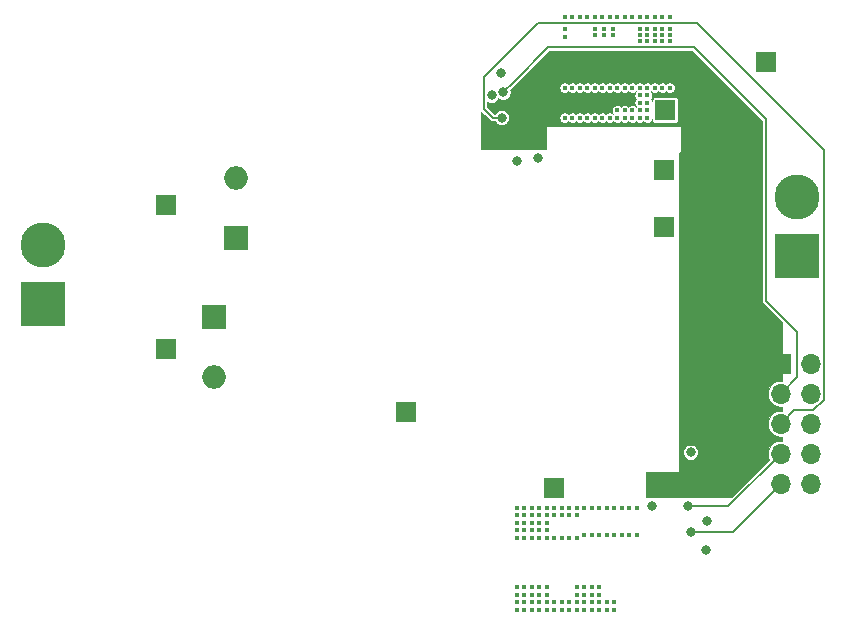
<source format=gbl>
G04 #@! TF.GenerationSoftware,KiCad,Pcbnew,5.1.10*
G04 #@! TF.CreationDate,2021-07-13T10:10:07+08:00*
G04 #@! TF.ProjectId,GAN-Power-Stage-Test,47414e2d-506f-4776-9572-2d5374616765,rev?*
G04 #@! TF.SameCoordinates,Original*
G04 #@! TF.FileFunction,Copper,L4,Bot*
G04 #@! TF.FilePolarity,Positive*
%FSLAX46Y46*%
G04 Gerber Fmt 4.6, Leading zero omitted, Abs format (unit mm)*
G04 Created by KiCad (PCBNEW 5.1.10) date 2021-07-13 10:10:07*
%MOMM*%
%LPD*%
G01*
G04 APERTURE LIST*
G04 #@! TA.AperFunction,ComponentPad*
%ADD10C,3.800000*%
G04 #@! TD*
G04 #@! TA.AperFunction,ComponentPad*
%ADD11R,3.800000X3.800000*%
G04 #@! TD*
G04 #@! TA.AperFunction,ComponentPad*
%ADD12R,1.700000X1.700000*%
G04 #@! TD*
G04 #@! TA.AperFunction,ComponentPad*
%ADD13O,2.000000X2.000000*%
G04 #@! TD*
G04 #@! TA.AperFunction,ComponentPad*
%ADD14R,2.000000X2.000000*%
G04 #@! TD*
G04 #@! TA.AperFunction,ComponentPad*
%ADD15O,1.700000X1.700000*%
G04 #@! TD*
G04 #@! TA.AperFunction,ViaPad*
%ADD16C,0.800000*%
G04 #@! TD*
G04 #@! TA.AperFunction,ViaPad*
%ADD17C,0.400000*%
G04 #@! TD*
G04 #@! TA.AperFunction,Conductor*
%ADD18C,0.146812*%
G04 #@! TD*
G04 #@! TA.AperFunction,Conductor*
%ADD19C,0.088900*%
G04 #@! TD*
G04 #@! TA.AperFunction,Conductor*
%ADD20C,0.100000*%
G04 #@! TD*
G04 APERTURE END LIST*
D10*
G04 #@! TO.P,J2,2*
G04 #@! TO.N,Net-(C21-Pad1)*
X152527000Y-136478000D03*
D11*
G04 #@! TO.P,J2,1*
G04 #@! TO.N,Net-(C21-Pad2)*
X152527000Y-141478000D03*
G04 #@! TD*
D10*
G04 #@! TO.P,J1,2*
G04 #@! TO.N,+12V*
X216408000Y-132414000D03*
D11*
G04 #@! TO.P,J1,1*
G04 #@! TO.N,GND*
X216408000Y-137414000D03*
G04 #@! TD*
D12*
G04 #@! TO.P,TP8,1*
G04 #@! TO.N,Net-(D2-Pad2)*
X162941000Y-145288000D03*
G04 #@! TD*
G04 #@! TO.P,TP7,1*
G04 #@! TO.N,Net-(D1-Pad2)*
X162941000Y-133096000D03*
G04 #@! TD*
D13*
G04 #@! TO.P,D2,2*
G04 #@! TO.N,Net-(D2-Pad2)*
X167005000Y-147701000D03*
D14*
G04 #@! TO.P,D2,1*
G04 #@! TO.N,Net-(C21-Pad1)*
X167005000Y-142621000D03*
G04 #@! TD*
D13*
G04 #@! TO.P,D1,2*
G04 #@! TO.N,Net-(D1-Pad2)*
X168910000Y-130810000D03*
D14*
G04 #@! TO.P,D1,1*
G04 #@! TO.N,Net-(C21-Pad1)*
X168910000Y-135890000D03*
G04 #@! TD*
D12*
G04 #@! TO.P,TP6,1*
G04 #@! TO.N,Net-(C17-Pad1)*
X183261000Y-150622000D03*
G04 #@! TD*
G04 #@! TO.P,TP5,1*
G04 #@! TO.N,Net-(L1-Pad2)*
X205105000Y-135001000D03*
G04 #@! TD*
G04 #@! TO.P,TP4,1*
G04 #@! TO.N,Net-(C17-Pad2)*
X195834000Y-157099000D03*
G04 #@! TD*
G04 #@! TO.P,TP3,1*
G04 #@! TO.N,Net-(L1-Pad1)*
X205105000Y-130175000D03*
G04 #@! TD*
G04 #@! TO.P,TP2,1*
G04 #@! TO.N,GND*
X205232000Y-125095000D03*
G04 #@! TD*
G04 #@! TO.P,TP1,1*
G04 #@! TO.N,+12V*
X213741000Y-121031000D03*
G04 #@! TD*
D15*
G04 #@! TO.P,J3,10*
G04 #@! TO.N,GND*
X217551000Y-156718000D03*
G04 #@! TO.P,J3,9*
G04 #@! TO.N,Net-(J3-Pad9)*
X215011000Y-156718000D03*
G04 #@! TO.P,J3,8*
G04 #@! TO.N,GND*
X217551000Y-154178000D03*
G04 #@! TO.P,J3,7*
G04 #@! TO.N,Net-(J3-Pad7)*
X215011000Y-154178000D03*
G04 #@! TO.P,J3,6*
G04 #@! TO.N,GND*
X217551000Y-151638000D03*
G04 #@! TO.P,J3,5*
G04 #@! TO.N,Net-(J3-Pad5)*
X215011000Y-151638000D03*
G04 #@! TO.P,J3,4*
G04 #@! TO.N,GND*
X217551000Y-149098000D03*
G04 #@! TO.P,J3,3*
G04 #@! TO.N,Net-(J3-Pad3)*
X215011000Y-149098000D03*
G04 #@! TO.P,J3,2*
G04 #@! TO.N,GND*
X217551000Y-146558000D03*
D12*
G04 #@! TO.P,J3,1*
G04 #@! TO.N,+5V*
X215011000Y-146558000D03*
G04 #@! TD*
D16*
G04 #@! TO.N,GND*
X191300406Y-121920000D03*
X190538406Y-123825000D03*
X208661000Y-162306000D03*
X208788000Y-159893000D03*
X194437000Y-129159000D03*
X192659000Y-129413000D03*
X204089000Y-158623000D03*
X207391000Y-154051000D03*
D17*
X196723000Y-118237000D03*
X196723000Y-117221000D03*
X197358000Y-117221000D03*
X197993000Y-117221000D03*
X198628000Y-117221000D03*
X199263000Y-117221000D03*
X199898000Y-117221000D03*
X200533000Y-117221000D03*
X201168000Y-117221000D03*
X201803000Y-117221000D03*
X202438000Y-117221000D03*
X203073000Y-117221000D03*
X203708000Y-117221000D03*
X196723000Y-118872000D03*
X199263000Y-118237000D03*
X200025000Y-118237000D03*
X200787000Y-118237000D03*
X199263000Y-118745000D03*
X200025000Y-118745000D03*
X200787000Y-118745000D03*
X203073000Y-118237000D03*
X203073000Y-118745000D03*
X203073000Y-119253000D03*
X203708000Y-118237000D03*
X203708000Y-118745000D03*
X203708000Y-119253000D03*
X204343000Y-117221000D03*
X204978000Y-117221000D03*
X205613000Y-117221000D03*
X204343000Y-118237000D03*
X204343000Y-118745000D03*
X204343000Y-119253000D03*
X204978000Y-118237000D03*
X204978000Y-118745000D03*
X204978000Y-119253000D03*
X205613000Y-118237000D03*
X205613000Y-118745000D03*
X205613000Y-119253000D03*
X201803000Y-125095000D03*
X201168000Y-125095000D03*
X203073000Y-124460000D03*
X203073000Y-123825000D03*
X203708000Y-123825000D03*
X203708000Y-124460000D03*
D16*
G04 #@! TO.N,+5V*
X190119000Y-127127000D03*
X192532000Y-128016000D03*
X205994000Y-157353000D03*
X208534000Y-157099000D03*
D17*
G04 #@! TO.N,GND*
X196723000Y-123190000D03*
X197358000Y-123190000D03*
X197993000Y-123190000D03*
X198628000Y-123190000D03*
X199263000Y-123190000D03*
X199898000Y-123190000D03*
X200533000Y-123190000D03*
X201168000Y-123190000D03*
X201803000Y-123190000D03*
X202438000Y-123190000D03*
X203073000Y-123190000D03*
X203708000Y-123190000D03*
X204343000Y-123190000D03*
X204978000Y-123190000D03*
X205613000Y-123190000D03*
X196723000Y-125730000D03*
X197358000Y-125730000D03*
X197993000Y-125730000D03*
X198628000Y-125730000D03*
X199263000Y-125730000D03*
X199898000Y-125730000D03*
X200533000Y-125730000D03*
X201168000Y-125730000D03*
X201803000Y-125730000D03*
X202438000Y-125730000D03*
X203073000Y-125730000D03*
X203708000Y-125730000D03*
X203708000Y-125095000D03*
X203073000Y-125095000D03*
X202438000Y-125095000D03*
X202819000Y-158750000D03*
X202184000Y-158750000D03*
X201549000Y-158750000D03*
X200914000Y-158750000D03*
X200279000Y-158750000D03*
X199644000Y-158750000D03*
X199009000Y-158750000D03*
X198374000Y-158750000D03*
X197739000Y-158750000D03*
X197104000Y-158750000D03*
X196469000Y-158750000D03*
X195834000Y-158750000D03*
X195199000Y-158750000D03*
X194564000Y-158750000D03*
X193929000Y-158750000D03*
X193294000Y-158750000D03*
X192659000Y-158750000D03*
X192659000Y-159385000D03*
X193294000Y-159385000D03*
X193929000Y-159385000D03*
X194564000Y-159385000D03*
X195199000Y-159385000D03*
X195834000Y-159385000D03*
X196469000Y-159385000D03*
X197104000Y-159385000D03*
X197739000Y-159385000D03*
X200914000Y-166751000D03*
X200279000Y-166751000D03*
X199644000Y-166751000D03*
X199009000Y-166751000D03*
X198374000Y-166751000D03*
X197739000Y-166751000D03*
X197104000Y-166751000D03*
X196469000Y-166751000D03*
X195834000Y-166751000D03*
X200914000Y-167386000D03*
X200279000Y-167386000D03*
X199644000Y-167386000D03*
X199009000Y-167386000D03*
X198374000Y-167386000D03*
X197739000Y-167386000D03*
X197104000Y-167386000D03*
X196469000Y-167386000D03*
X195834000Y-167386000D03*
X198374000Y-166116000D03*
X199009000Y-166116000D03*
X199644000Y-166116000D03*
X197739000Y-166116000D03*
X197739000Y-165481000D03*
X198374000Y-165481000D03*
X199009000Y-165481000D03*
X199644000Y-165481000D03*
X195199000Y-166751000D03*
X194564000Y-166751000D03*
X193929000Y-166751000D03*
X193294000Y-166751000D03*
X192659000Y-166751000D03*
X195199000Y-167386000D03*
X194564000Y-167386000D03*
X193929000Y-167386000D03*
X193294000Y-167386000D03*
X192659000Y-167386000D03*
X202819000Y-161036000D03*
X202184000Y-161036000D03*
X201549000Y-161036000D03*
X200914000Y-161036000D03*
X200279000Y-161036000D03*
X199644000Y-161036000D03*
X199009000Y-161036000D03*
X198374000Y-161036000D03*
X197739000Y-161290000D03*
X197104000Y-161290000D03*
X196469000Y-161290000D03*
X195834000Y-161290000D03*
X195199000Y-161290000D03*
X194564000Y-161290000D03*
X193929000Y-161290000D03*
X193294000Y-161290000D03*
X192659000Y-161290000D03*
X192659000Y-160020000D03*
X192659000Y-160655000D03*
X193294000Y-160655000D03*
X193294000Y-160020000D03*
X193929000Y-160020000D03*
X193929000Y-160655000D03*
X194564000Y-160655000D03*
X194564000Y-160020000D03*
X195199000Y-160020000D03*
X195199000Y-160655000D03*
X195199000Y-166116000D03*
X194564000Y-166116000D03*
X193929000Y-166116000D03*
X193294000Y-166116000D03*
X192659000Y-166116000D03*
X192659000Y-165481000D03*
X193294000Y-165481000D03*
X193929000Y-165481000D03*
X194564000Y-165481000D03*
X195199000Y-165481000D03*
D16*
G04 #@! TO.N,Net-(J3-Pad9)*
X207391000Y-160782000D03*
G04 #@! TO.N,Net-(J3-Pad7)*
X207137000Y-158623000D03*
G04 #@! TO.N,Net-(J3-Pad5)*
X191389000Y-125730000D03*
G04 #@! TO.N,Net-(J3-Pad3)*
X191516000Y-123571000D03*
G04 #@! TD*
D18*
G04 #@! TO.N,Net-(J3-Pad9)*
X210947000Y-160782000D02*
X207391000Y-160782000D01*
X215011000Y-156718000D02*
X210947000Y-160782000D01*
G04 #@! TO.N,Net-(J3-Pad7)*
X210566000Y-158623000D02*
X207137000Y-158623000D01*
X215011000Y-154178000D02*
X210566000Y-158623000D01*
G04 #@! TO.N,Net-(J3-Pad5)*
X189865000Y-124968000D02*
X190627000Y-125730000D01*
X189865000Y-122301000D02*
X189865000Y-124968000D01*
X207899000Y-117729000D02*
X194437000Y-117729000D01*
X218674407Y-128504407D02*
X207899000Y-117729000D01*
X194437000Y-117729000D02*
X189865000Y-122301000D01*
X217797050Y-150514593D02*
X218674407Y-149637236D01*
X218674407Y-149637236D02*
X218674407Y-128504407D01*
X216134407Y-150514593D02*
X217797050Y-150514593D01*
X190627000Y-125730000D02*
X191389000Y-125730000D01*
X215011000Y-151638000D02*
X216134407Y-150514593D01*
G04 #@! TO.N,Net-(J3-Pad3)*
X192405000Y-122682000D02*
X191516000Y-123571000D01*
X195326000Y-119761000D02*
X192405000Y-122682000D01*
X213741000Y-125857000D02*
X207645000Y-119761000D01*
X207645000Y-119761000D02*
X195326000Y-119761000D01*
X213741000Y-141224000D02*
X213741000Y-125857000D01*
X216427593Y-143910593D02*
X213741000Y-141224000D01*
X216427593Y-147681407D02*
X216427593Y-143910593D01*
X215011000Y-149098000D02*
X216427593Y-147681407D01*
G04 #@! TD*
D19*
G04 #@! TO.N,+5V*
X213423145Y-125988661D02*
X213423144Y-141208395D01*
X213421607Y-141224000D01*
X213423144Y-141239604D01*
X213427744Y-141286309D01*
X213445919Y-141346225D01*
X213475434Y-141401444D01*
X213515155Y-141449845D01*
X213527284Y-141459799D01*
X215093550Y-143026066D01*
X215093550Y-148003550D01*
X214903206Y-148003550D01*
X214691761Y-148045609D01*
X214492583Y-148128111D01*
X214313329Y-148247885D01*
X214160885Y-148400329D01*
X214041111Y-148579583D01*
X213958609Y-148778761D01*
X213916550Y-148990206D01*
X213916550Y-149205794D01*
X213958609Y-149417239D01*
X214041111Y-149616417D01*
X214160885Y-149795671D01*
X214313329Y-149948115D01*
X214492583Y-150067889D01*
X214691761Y-150150391D01*
X214903206Y-150192450D01*
X215093550Y-150192450D01*
X215093550Y-150543550D01*
X214903206Y-150543550D01*
X214691761Y-150585609D01*
X214492583Y-150668111D01*
X214313329Y-150787885D01*
X214160885Y-150940329D01*
X214041111Y-151119583D01*
X213958609Y-151318761D01*
X213916550Y-151530206D01*
X213916550Y-151745794D01*
X213958609Y-151957239D01*
X214041111Y-152156417D01*
X214160885Y-152335671D01*
X214313329Y-152488115D01*
X214492583Y-152607889D01*
X214691761Y-152690391D01*
X214903206Y-152732450D01*
X215093550Y-152732450D01*
X215093550Y-153083550D01*
X214903206Y-153083550D01*
X214691761Y-153125609D01*
X214492583Y-153208111D01*
X214313329Y-153327885D01*
X214160885Y-153480329D01*
X214041111Y-153659583D01*
X213958609Y-153858761D01*
X213916550Y-154070206D01*
X213916550Y-154285794D01*
X213958609Y-154497239D01*
X214041111Y-154696417D01*
X214041895Y-154697590D01*
X210922935Y-157816550D01*
X203625450Y-157816550D01*
X203625450Y-155746450D01*
X206375000Y-155746450D01*
X206383672Y-155745596D01*
X206392010Y-155743066D01*
X206399695Y-155738959D01*
X206406431Y-155733431D01*
X206411959Y-155726695D01*
X206416066Y-155719010D01*
X206418596Y-155710672D01*
X206419450Y-155702000D01*
X206419450Y-153987527D01*
X206746550Y-153987527D01*
X206746550Y-154114473D01*
X206771316Y-154238979D01*
X206819896Y-154356261D01*
X206890423Y-154461813D01*
X206980187Y-154551577D01*
X207085739Y-154622104D01*
X207203021Y-154670684D01*
X207327527Y-154695450D01*
X207454473Y-154695450D01*
X207578979Y-154670684D01*
X207696261Y-154622104D01*
X207801813Y-154551577D01*
X207891577Y-154461813D01*
X207962104Y-154356261D01*
X208010684Y-154238979D01*
X208035450Y-154114473D01*
X208035450Y-153987527D01*
X208010684Y-153863021D01*
X207962104Y-153745739D01*
X207891577Y-153640187D01*
X207801813Y-153550423D01*
X207696261Y-153479896D01*
X207578979Y-153431316D01*
X207454473Y-153406550D01*
X207327527Y-153406550D01*
X207203021Y-153431316D01*
X207085739Y-153479896D01*
X206980187Y-153550423D01*
X206890423Y-153640187D01*
X206819896Y-153745739D01*
X206771316Y-153863021D01*
X206746550Y-153987527D01*
X206419450Y-153987527D01*
X206419450Y-128695450D01*
X206502000Y-128695450D01*
X206510672Y-128694596D01*
X206519010Y-128692066D01*
X206526695Y-128687959D01*
X206533431Y-128682431D01*
X206538959Y-128675695D01*
X206543066Y-128668010D01*
X206545596Y-128659672D01*
X206546450Y-128651000D01*
X206546450Y-126492000D01*
X206545596Y-126483328D01*
X206543066Y-126474990D01*
X206538959Y-126467305D01*
X206533431Y-126460569D01*
X206526695Y-126455041D01*
X206519010Y-126450934D01*
X206510672Y-126448404D01*
X206502000Y-126447550D01*
X195199000Y-126447550D01*
X195190328Y-126448404D01*
X195181990Y-126450934D01*
X195174305Y-126455041D01*
X195167569Y-126460569D01*
X195162041Y-126467305D01*
X195157934Y-126474990D01*
X195155404Y-126483328D01*
X195154550Y-126492000D01*
X195154550Y-128352550D01*
X189655450Y-128352550D01*
X189655450Y-125207965D01*
X190391205Y-125943721D01*
X190401155Y-125955845D01*
X190449555Y-125995566D01*
X190504774Y-126025081D01*
X190535644Y-126034445D01*
X190564689Y-126043256D01*
X190627000Y-126049393D01*
X190642606Y-126047856D01*
X190826312Y-126047856D01*
X190888423Y-126140813D01*
X190978187Y-126230577D01*
X191083739Y-126301104D01*
X191201021Y-126349684D01*
X191325527Y-126374450D01*
X191452473Y-126374450D01*
X191576979Y-126349684D01*
X191694261Y-126301104D01*
X191799813Y-126230577D01*
X191889577Y-126140813D01*
X191960104Y-126035261D01*
X192008684Y-125917979D01*
X192033450Y-125793473D01*
X192033450Y-125666527D01*
X192008684Y-125542021D01*
X191960104Y-125424739D01*
X191889577Y-125319187D01*
X191799813Y-125229423D01*
X191694261Y-125158896D01*
X191576979Y-125110316D01*
X191452473Y-125085550D01*
X191325527Y-125085550D01*
X191201021Y-125110316D01*
X191083739Y-125158896D01*
X190978187Y-125229423D01*
X190888423Y-125319187D01*
X190826312Y-125412144D01*
X190758660Y-125412144D01*
X190182856Y-124836341D01*
X190182856Y-124362502D01*
X190233145Y-124396104D01*
X190350427Y-124444684D01*
X190474933Y-124469450D01*
X190601879Y-124469450D01*
X190726385Y-124444684D01*
X190843667Y-124396104D01*
X190949219Y-124325577D01*
X191038983Y-124235813D01*
X191109510Y-124130261D01*
X191127611Y-124086560D01*
X191210739Y-124142104D01*
X191328021Y-124190684D01*
X191452527Y-124215450D01*
X191579473Y-124215450D01*
X191703979Y-124190684D01*
X191821261Y-124142104D01*
X191926813Y-124071577D01*
X192016577Y-123981813D01*
X192087104Y-123876261D01*
X192135684Y-123758979D01*
X192160450Y-123634473D01*
X192160450Y-123507527D01*
X192138639Y-123397876D01*
X192390290Y-123146225D01*
X196278550Y-123146225D01*
X196278550Y-123233775D01*
X196295629Y-123319641D01*
X196329133Y-123400526D01*
X196377773Y-123473321D01*
X196439679Y-123535227D01*
X196512474Y-123583867D01*
X196593359Y-123617371D01*
X196679225Y-123634450D01*
X196766775Y-123634450D01*
X196852641Y-123617371D01*
X196933526Y-123583867D01*
X197006321Y-123535227D01*
X197040500Y-123501048D01*
X197074679Y-123535227D01*
X197147474Y-123583867D01*
X197228359Y-123617371D01*
X197314225Y-123634450D01*
X197401775Y-123634450D01*
X197487641Y-123617371D01*
X197568526Y-123583867D01*
X197641321Y-123535227D01*
X197675500Y-123501048D01*
X197709679Y-123535227D01*
X197782474Y-123583867D01*
X197863359Y-123617371D01*
X197949225Y-123634450D01*
X198036775Y-123634450D01*
X198122641Y-123617371D01*
X198203526Y-123583867D01*
X198276321Y-123535227D01*
X198310500Y-123501048D01*
X198344679Y-123535227D01*
X198417474Y-123583867D01*
X198498359Y-123617371D01*
X198584225Y-123634450D01*
X198671775Y-123634450D01*
X198757641Y-123617371D01*
X198838526Y-123583867D01*
X198911321Y-123535227D01*
X198945500Y-123501048D01*
X198979679Y-123535227D01*
X199052474Y-123583867D01*
X199133359Y-123617371D01*
X199219225Y-123634450D01*
X199306775Y-123634450D01*
X199392641Y-123617371D01*
X199473526Y-123583867D01*
X199546321Y-123535227D01*
X199580500Y-123501048D01*
X199614679Y-123535227D01*
X199687474Y-123583867D01*
X199768359Y-123617371D01*
X199854225Y-123634450D01*
X199941775Y-123634450D01*
X200027641Y-123617371D01*
X200108526Y-123583867D01*
X200181321Y-123535227D01*
X200215500Y-123501048D01*
X200249679Y-123535227D01*
X200322474Y-123583867D01*
X200403359Y-123617371D01*
X200489225Y-123634450D01*
X200576775Y-123634450D01*
X200662641Y-123617371D01*
X200743526Y-123583867D01*
X200816321Y-123535227D01*
X200850500Y-123501048D01*
X200884679Y-123535227D01*
X200957474Y-123583867D01*
X201038359Y-123617371D01*
X201124225Y-123634450D01*
X201211775Y-123634450D01*
X201297641Y-123617371D01*
X201378526Y-123583867D01*
X201451321Y-123535227D01*
X201485500Y-123501048D01*
X201519679Y-123535227D01*
X201592474Y-123583867D01*
X201673359Y-123617371D01*
X201759225Y-123634450D01*
X201846775Y-123634450D01*
X201932641Y-123617371D01*
X202013526Y-123583867D01*
X202086321Y-123535227D01*
X202120500Y-123501048D01*
X202154679Y-123535227D01*
X202227474Y-123583867D01*
X202308359Y-123617371D01*
X202394225Y-123634450D01*
X202481775Y-123634450D01*
X202567641Y-123617371D01*
X202648526Y-123583867D01*
X202721321Y-123535227D01*
X202755500Y-123501048D01*
X202761952Y-123507500D01*
X202727773Y-123541679D01*
X202679133Y-123614474D01*
X202645629Y-123695359D01*
X202628550Y-123781225D01*
X202628550Y-123868775D01*
X202645629Y-123954641D01*
X202679133Y-124035526D01*
X202727773Y-124108321D01*
X202761952Y-124142500D01*
X202727773Y-124176679D01*
X202679133Y-124249474D01*
X202645629Y-124330359D01*
X202628550Y-124416225D01*
X202628550Y-124503775D01*
X202645629Y-124589641D01*
X202679133Y-124670526D01*
X202727773Y-124743321D01*
X202761952Y-124777500D01*
X202755500Y-124783952D01*
X202721321Y-124749773D01*
X202648526Y-124701133D01*
X202567641Y-124667629D01*
X202481775Y-124650550D01*
X202394225Y-124650550D01*
X202308359Y-124667629D01*
X202227474Y-124701133D01*
X202154679Y-124749773D01*
X202120500Y-124783952D01*
X202086321Y-124749773D01*
X202013526Y-124701133D01*
X201932641Y-124667629D01*
X201846775Y-124650550D01*
X201759225Y-124650550D01*
X201673359Y-124667629D01*
X201592474Y-124701133D01*
X201519679Y-124749773D01*
X201485500Y-124783952D01*
X201451321Y-124749773D01*
X201378526Y-124701133D01*
X201297641Y-124667629D01*
X201211775Y-124650550D01*
X201124225Y-124650550D01*
X201038359Y-124667629D01*
X200957474Y-124701133D01*
X200884679Y-124749773D01*
X200822773Y-124811679D01*
X200774133Y-124884474D01*
X200740629Y-124965359D01*
X200723550Y-125051225D01*
X200723550Y-125138775D01*
X200740629Y-125224641D01*
X200774133Y-125305526D01*
X200822773Y-125378321D01*
X200856952Y-125412500D01*
X200850500Y-125418952D01*
X200816321Y-125384773D01*
X200743526Y-125336133D01*
X200662641Y-125302629D01*
X200576775Y-125285550D01*
X200489225Y-125285550D01*
X200403359Y-125302629D01*
X200322474Y-125336133D01*
X200249679Y-125384773D01*
X200215500Y-125418952D01*
X200181321Y-125384773D01*
X200108526Y-125336133D01*
X200027641Y-125302629D01*
X199941775Y-125285550D01*
X199854225Y-125285550D01*
X199768359Y-125302629D01*
X199687474Y-125336133D01*
X199614679Y-125384773D01*
X199580500Y-125418952D01*
X199546321Y-125384773D01*
X199473526Y-125336133D01*
X199392641Y-125302629D01*
X199306775Y-125285550D01*
X199219225Y-125285550D01*
X199133359Y-125302629D01*
X199052474Y-125336133D01*
X198979679Y-125384773D01*
X198945500Y-125418952D01*
X198911321Y-125384773D01*
X198838526Y-125336133D01*
X198757641Y-125302629D01*
X198671775Y-125285550D01*
X198584225Y-125285550D01*
X198498359Y-125302629D01*
X198417474Y-125336133D01*
X198344679Y-125384773D01*
X198310500Y-125418952D01*
X198276321Y-125384773D01*
X198203526Y-125336133D01*
X198122641Y-125302629D01*
X198036775Y-125285550D01*
X197949225Y-125285550D01*
X197863359Y-125302629D01*
X197782474Y-125336133D01*
X197709679Y-125384773D01*
X197675500Y-125418952D01*
X197641321Y-125384773D01*
X197568526Y-125336133D01*
X197487641Y-125302629D01*
X197401775Y-125285550D01*
X197314225Y-125285550D01*
X197228359Y-125302629D01*
X197147474Y-125336133D01*
X197074679Y-125384773D01*
X197040500Y-125418952D01*
X197006321Y-125384773D01*
X196933526Y-125336133D01*
X196852641Y-125302629D01*
X196766775Y-125285550D01*
X196679225Y-125285550D01*
X196593359Y-125302629D01*
X196512474Y-125336133D01*
X196439679Y-125384773D01*
X196377773Y-125446679D01*
X196329133Y-125519474D01*
X196295629Y-125600359D01*
X196278550Y-125686225D01*
X196278550Y-125773775D01*
X196295629Y-125859641D01*
X196329133Y-125940526D01*
X196377773Y-126013321D01*
X196439679Y-126075227D01*
X196512474Y-126123867D01*
X196593359Y-126157371D01*
X196679225Y-126174450D01*
X196766775Y-126174450D01*
X196852641Y-126157371D01*
X196933526Y-126123867D01*
X197006321Y-126075227D01*
X197040500Y-126041048D01*
X197074679Y-126075227D01*
X197147474Y-126123867D01*
X197228359Y-126157371D01*
X197314225Y-126174450D01*
X197401775Y-126174450D01*
X197487641Y-126157371D01*
X197568526Y-126123867D01*
X197641321Y-126075227D01*
X197675500Y-126041048D01*
X197709679Y-126075227D01*
X197782474Y-126123867D01*
X197863359Y-126157371D01*
X197949225Y-126174450D01*
X198036775Y-126174450D01*
X198122641Y-126157371D01*
X198203526Y-126123867D01*
X198276321Y-126075227D01*
X198310500Y-126041048D01*
X198344679Y-126075227D01*
X198417474Y-126123867D01*
X198498359Y-126157371D01*
X198584225Y-126174450D01*
X198671775Y-126174450D01*
X198757641Y-126157371D01*
X198838526Y-126123867D01*
X198911321Y-126075227D01*
X198945500Y-126041048D01*
X198979679Y-126075227D01*
X199052474Y-126123867D01*
X199133359Y-126157371D01*
X199219225Y-126174450D01*
X199306775Y-126174450D01*
X199392641Y-126157371D01*
X199473526Y-126123867D01*
X199546321Y-126075227D01*
X199580500Y-126041048D01*
X199614679Y-126075227D01*
X199687474Y-126123867D01*
X199768359Y-126157371D01*
X199854225Y-126174450D01*
X199941775Y-126174450D01*
X200027641Y-126157371D01*
X200108526Y-126123867D01*
X200181321Y-126075227D01*
X200215500Y-126041048D01*
X200249679Y-126075227D01*
X200322474Y-126123867D01*
X200403359Y-126157371D01*
X200489225Y-126174450D01*
X200576775Y-126174450D01*
X200662641Y-126157371D01*
X200743526Y-126123867D01*
X200816321Y-126075227D01*
X200850500Y-126041048D01*
X200884679Y-126075227D01*
X200957474Y-126123867D01*
X201038359Y-126157371D01*
X201124225Y-126174450D01*
X201211775Y-126174450D01*
X201297641Y-126157371D01*
X201378526Y-126123867D01*
X201451321Y-126075227D01*
X201485500Y-126041048D01*
X201519679Y-126075227D01*
X201592474Y-126123867D01*
X201673359Y-126157371D01*
X201759225Y-126174450D01*
X201846775Y-126174450D01*
X201932641Y-126157371D01*
X202013526Y-126123867D01*
X202086321Y-126075227D01*
X202120500Y-126041048D01*
X202154679Y-126075227D01*
X202227474Y-126123867D01*
X202308359Y-126157371D01*
X202394225Y-126174450D01*
X202481775Y-126174450D01*
X202567641Y-126157371D01*
X202648526Y-126123867D01*
X202721321Y-126075227D01*
X202755500Y-126041048D01*
X202789679Y-126075227D01*
X202862474Y-126123867D01*
X202943359Y-126157371D01*
X203029225Y-126174450D01*
X203116775Y-126174450D01*
X203202641Y-126157371D01*
X203283526Y-126123867D01*
X203356321Y-126075227D01*
X203390500Y-126041048D01*
X203424679Y-126075227D01*
X203497474Y-126123867D01*
X203578359Y-126157371D01*
X203664225Y-126174450D01*
X203751775Y-126174450D01*
X203837641Y-126157371D01*
X203918526Y-126123867D01*
X203991321Y-126075227D01*
X204053227Y-126013321D01*
X204101867Y-125940526D01*
X204135371Y-125859641D01*
X204136368Y-125854629D01*
X204136368Y-125945000D01*
X204141088Y-125992920D01*
X204155066Y-126038999D01*
X204177764Y-126081466D01*
X204208312Y-126118688D01*
X204245534Y-126149236D01*
X204288001Y-126171934D01*
X204334080Y-126185912D01*
X204382000Y-126190632D01*
X206082000Y-126190632D01*
X206129920Y-126185912D01*
X206175999Y-126171934D01*
X206218466Y-126149236D01*
X206255688Y-126118688D01*
X206286236Y-126081466D01*
X206308934Y-126038999D01*
X206322912Y-125992920D01*
X206327632Y-125945000D01*
X206327632Y-124245000D01*
X206322912Y-124197080D01*
X206308934Y-124151001D01*
X206286236Y-124108534D01*
X206255688Y-124071312D01*
X206218466Y-124040764D01*
X206175999Y-124018066D01*
X206129920Y-124004088D01*
X206082000Y-123999368D01*
X204382000Y-123999368D01*
X204334080Y-124004088D01*
X204288001Y-124018066D01*
X204245534Y-124040764D01*
X204208312Y-124071312D01*
X204177764Y-124108534D01*
X204155066Y-124151001D01*
X204141088Y-124197080D01*
X204136368Y-124245000D01*
X204136368Y-124335371D01*
X204135371Y-124330359D01*
X204101867Y-124249474D01*
X204053227Y-124176679D01*
X204019048Y-124142500D01*
X204053227Y-124108321D01*
X204101867Y-124035526D01*
X204135371Y-123954641D01*
X204152450Y-123868775D01*
X204152450Y-123781225D01*
X204135371Y-123695359D01*
X204101867Y-123614474D01*
X204053227Y-123541679D01*
X204019048Y-123507500D01*
X204025500Y-123501048D01*
X204059679Y-123535227D01*
X204132474Y-123583867D01*
X204213359Y-123617371D01*
X204299225Y-123634450D01*
X204386775Y-123634450D01*
X204472641Y-123617371D01*
X204553526Y-123583867D01*
X204626321Y-123535227D01*
X204660500Y-123501048D01*
X204694679Y-123535227D01*
X204767474Y-123583867D01*
X204848359Y-123617371D01*
X204934225Y-123634450D01*
X205021775Y-123634450D01*
X205107641Y-123617371D01*
X205188526Y-123583867D01*
X205261321Y-123535227D01*
X205295500Y-123501048D01*
X205329679Y-123535227D01*
X205402474Y-123583867D01*
X205483359Y-123617371D01*
X205569225Y-123634450D01*
X205656775Y-123634450D01*
X205742641Y-123617371D01*
X205823526Y-123583867D01*
X205896321Y-123535227D01*
X205958227Y-123473321D01*
X206006867Y-123400526D01*
X206040371Y-123319641D01*
X206057450Y-123233775D01*
X206057450Y-123146225D01*
X206040371Y-123060359D01*
X206006867Y-122979474D01*
X205958227Y-122906679D01*
X205896321Y-122844773D01*
X205823526Y-122796133D01*
X205742641Y-122762629D01*
X205656775Y-122745550D01*
X205569225Y-122745550D01*
X205483359Y-122762629D01*
X205402474Y-122796133D01*
X205329679Y-122844773D01*
X205295500Y-122878952D01*
X205261321Y-122844773D01*
X205188526Y-122796133D01*
X205107641Y-122762629D01*
X205021775Y-122745550D01*
X204934225Y-122745550D01*
X204848359Y-122762629D01*
X204767474Y-122796133D01*
X204694679Y-122844773D01*
X204660500Y-122878952D01*
X204626321Y-122844773D01*
X204553526Y-122796133D01*
X204472641Y-122762629D01*
X204386775Y-122745550D01*
X204299225Y-122745550D01*
X204213359Y-122762629D01*
X204132474Y-122796133D01*
X204059679Y-122844773D01*
X204025500Y-122878952D01*
X203991321Y-122844773D01*
X203918526Y-122796133D01*
X203837641Y-122762629D01*
X203751775Y-122745550D01*
X203664225Y-122745550D01*
X203578359Y-122762629D01*
X203497474Y-122796133D01*
X203424679Y-122844773D01*
X203390500Y-122878952D01*
X203356321Y-122844773D01*
X203283526Y-122796133D01*
X203202641Y-122762629D01*
X203116775Y-122745550D01*
X203029225Y-122745550D01*
X202943359Y-122762629D01*
X202862474Y-122796133D01*
X202789679Y-122844773D01*
X202755500Y-122878952D01*
X202721321Y-122844773D01*
X202648526Y-122796133D01*
X202567641Y-122762629D01*
X202481775Y-122745550D01*
X202394225Y-122745550D01*
X202308359Y-122762629D01*
X202227474Y-122796133D01*
X202154679Y-122844773D01*
X202120500Y-122878952D01*
X202086321Y-122844773D01*
X202013526Y-122796133D01*
X201932641Y-122762629D01*
X201846775Y-122745550D01*
X201759225Y-122745550D01*
X201673359Y-122762629D01*
X201592474Y-122796133D01*
X201519679Y-122844773D01*
X201485500Y-122878952D01*
X201451321Y-122844773D01*
X201378526Y-122796133D01*
X201297641Y-122762629D01*
X201211775Y-122745550D01*
X201124225Y-122745550D01*
X201038359Y-122762629D01*
X200957474Y-122796133D01*
X200884679Y-122844773D01*
X200850500Y-122878952D01*
X200816321Y-122844773D01*
X200743526Y-122796133D01*
X200662641Y-122762629D01*
X200576775Y-122745550D01*
X200489225Y-122745550D01*
X200403359Y-122762629D01*
X200322474Y-122796133D01*
X200249679Y-122844773D01*
X200215500Y-122878952D01*
X200181321Y-122844773D01*
X200108526Y-122796133D01*
X200027641Y-122762629D01*
X199941775Y-122745550D01*
X199854225Y-122745550D01*
X199768359Y-122762629D01*
X199687474Y-122796133D01*
X199614679Y-122844773D01*
X199580500Y-122878952D01*
X199546321Y-122844773D01*
X199473526Y-122796133D01*
X199392641Y-122762629D01*
X199306775Y-122745550D01*
X199219225Y-122745550D01*
X199133359Y-122762629D01*
X199052474Y-122796133D01*
X198979679Y-122844773D01*
X198945500Y-122878952D01*
X198911321Y-122844773D01*
X198838526Y-122796133D01*
X198757641Y-122762629D01*
X198671775Y-122745550D01*
X198584225Y-122745550D01*
X198498359Y-122762629D01*
X198417474Y-122796133D01*
X198344679Y-122844773D01*
X198310500Y-122878952D01*
X198276321Y-122844773D01*
X198203526Y-122796133D01*
X198122641Y-122762629D01*
X198036775Y-122745550D01*
X197949225Y-122745550D01*
X197863359Y-122762629D01*
X197782474Y-122796133D01*
X197709679Y-122844773D01*
X197675500Y-122878952D01*
X197641321Y-122844773D01*
X197568526Y-122796133D01*
X197487641Y-122762629D01*
X197401775Y-122745550D01*
X197314225Y-122745550D01*
X197228359Y-122762629D01*
X197147474Y-122796133D01*
X197074679Y-122844773D01*
X197040500Y-122878952D01*
X197006321Y-122844773D01*
X196933526Y-122796133D01*
X196852641Y-122762629D01*
X196766775Y-122745550D01*
X196679225Y-122745550D01*
X196593359Y-122762629D01*
X196512474Y-122796133D01*
X196439679Y-122844773D01*
X196377773Y-122906679D01*
X196329133Y-122979474D01*
X196295629Y-123060359D01*
X196278550Y-123146225D01*
X192390290Y-123146225D01*
X192640792Y-122895724D01*
X192640797Y-122895718D01*
X195457660Y-120078856D01*
X207513341Y-120078856D01*
X213423145Y-125988661D01*
G04 #@! TA.AperFunction,Conductor*
D20*
G36*
X213423145Y-125988661D02*
G01*
X213423144Y-141208395D01*
X213421607Y-141224000D01*
X213423144Y-141239604D01*
X213427744Y-141286309D01*
X213445919Y-141346225D01*
X213475434Y-141401444D01*
X213515155Y-141449845D01*
X213527284Y-141459799D01*
X215093550Y-143026066D01*
X215093550Y-148003550D01*
X214903206Y-148003550D01*
X214691761Y-148045609D01*
X214492583Y-148128111D01*
X214313329Y-148247885D01*
X214160885Y-148400329D01*
X214041111Y-148579583D01*
X213958609Y-148778761D01*
X213916550Y-148990206D01*
X213916550Y-149205794D01*
X213958609Y-149417239D01*
X214041111Y-149616417D01*
X214160885Y-149795671D01*
X214313329Y-149948115D01*
X214492583Y-150067889D01*
X214691761Y-150150391D01*
X214903206Y-150192450D01*
X215093550Y-150192450D01*
X215093550Y-150543550D01*
X214903206Y-150543550D01*
X214691761Y-150585609D01*
X214492583Y-150668111D01*
X214313329Y-150787885D01*
X214160885Y-150940329D01*
X214041111Y-151119583D01*
X213958609Y-151318761D01*
X213916550Y-151530206D01*
X213916550Y-151745794D01*
X213958609Y-151957239D01*
X214041111Y-152156417D01*
X214160885Y-152335671D01*
X214313329Y-152488115D01*
X214492583Y-152607889D01*
X214691761Y-152690391D01*
X214903206Y-152732450D01*
X215093550Y-152732450D01*
X215093550Y-153083550D01*
X214903206Y-153083550D01*
X214691761Y-153125609D01*
X214492583Y-153208111D01*
X214313329Y-153327885D01*
X214160885Y-153480329D01*
X214041111Y-153659583D01*
X213958609Y-153858761D01*
X213916550Y-154070206D01*
X213916550Y-154285794D01*
X213958609Y-154497239D01*
X214041111Y-154696417D01*
X214041895Y-154697590D01*
X210922935Y-157816550D01*
X203625450Y-157816550D01*
X203625450Y-155746450D01*
X206375000Y-155746450D01*
X206383672Y-155745596D01*
X206392010Y-155743066D01*
X206399695Y-155738959D01*
X206406431Y-155733431D01*
X206411959Y-155726695D01*
X206416066Y-155719010D01*
X206418596Y-155710672D01*
X206419450Y-155702000D01*
X206419450Y-153987527D01*
X206746550Y-153987527D01*
X206746550Y-154114473D01*
X206771316Y-154238979D01*
X206819896Y-154356261D01*
X206890423Y-154461813D01*
X206980187Y-154551577D01*
X207085739Y-154622104D01*
X207203021Y-154670684D01*
X207327527Y-154695450D01*
X207454473Y-154695450D01*
X207578979Y-154670684D01*
X207696261Y-154622104D01*
X207801813Y-154551577D01*
X207891577Y-154461813D01*
X207962104Y-154356261D01*
X208010684Y-154238979D01*
X208035450Y-154114473D01*
X208035450Y-153987527D01*
X208010684Y-153863021D01*
X207962104Y-153745739D01*
X207891577Y-153640187D01*
X207801813Y-153550423D01*
X207696261Y-153479896D01*
X207578979Y-153431316D01*
X207454473Y-153406550D01*
X207327527Y-153406550D01*
X207203021Y-153431316D01*
X207085739Y-153479896D01*
X206980187Y-153550423D01*
X206890423Y-153640187D01*
X206819896Y-153745739D01*
X206771316Y-153863021D01*
X206746550Y-153987527D01*
X206419450Y-153987527D01*
X206419450Y-128695450D01*
X206502000Y-128695450D01*
X206510672Y-128694596D01*
X206519010Y-128692066D01*
X206526695Y-128687959D01*
X206533431Y-128682431D01*
X206538959Y-128675695D01*
X206543066Y-128668010D01*
X206545596Y-128659672D01*
X206546450Y-128651000D01*
X206546450Y-126492000D01*
X206545596Y-126483328D01*
X206543066Y-126474990D01*
X206538959Y-126467305D01*
X206533431Y-126460569D01*
X206526695Y-126455041D01*
X206519010Y-126450934D01*
X206510672Y-126448404D01*
X206502000Y-126447550D01*
X195199000Y-126447550D01*
X195190328Y-126448404D01*
X195181990Y-126450934D01*
X195174305Y-126455041D01*
X195167569Y-126460569D01*
X195162041Y-126467305D01*
X195157934Y-126474990D01*
X195155404Y-126483328D01*
X195154550Y-126492000D01*
X195154550Y-128352550D01*
X189655450Y-128352550D01*
X189655450Y-125207965D01*
X190391205Y-125943721D01*
X190401155Y-125955845D01*
X190449555Y-125995566D01*
X190504774Y-126025081D01*
X190535644Y-126034445D01*
X190564689Y-126043256D01*
X190627000Y-126049393D01*
X190642606Y-126047856D01*
X190826312Y-126047856D01*
X190888423Y-126140813D01*
X190978187Y-126230577D01*
X191083739Y-126301104D01*
X191201021Y-126349684D01*
X191325527Y-126374450D01*
X191452473Y-126374450D01*
X191576979Y-126349684D01*
X191694261Y-126301104D01*
X191799813Y-126230577D01*
X191889577Y-126140813D01*
X191960104Y-126035261D01*
X192008684Y-125917979D01*
X192033450Y-125793473D01*
X192033450Y-125666527D01*
X192008684Y-125542021D01*
X191960104Y-125424739D01*
X191889577Y-125319187D01*
X191799813Y-125229423D01*
X191694261Y-125158896D01*
X191576979Y-125110316D01*
X191452473Y-125085550D01*
X191325527Y-125085550D01*
X191201021Y-125110316D01*
X191083739Y-125158896D01*
X190978187Y-125229423D01*
X190888423Y-125319187D01*
X190826312Y-125412144D01*
X190758660Y-125412144D01*
X190182856Y-124836341D01*
X190182856Y-124362502D01*
X190233145Y-124396104D01*
X190350427Y-124444684D01*
X190474933Y-124469450D01*
X190601879Y-124469450D01*
X190726385Y-124444684D01*
X190843667Y-124396104D01*
X190949219Y-124325577D01*
X191038983Y-124235813D01*
X191109510Y-124130261D01*
X191127611Y-124086560D01*
X191210739Y-124142104D01*
X191328021Y-124190684D01*
X191452527Y-124215450D01*
X191579473Y-124215450D01*
X191703979Y-124190684D01*
X191821261Y-124142104D01*
X191926813Y-124071577D01*
X192016577Y-123981813D01*
X192087104Y-123876261D01*
X192135684Y-123758979D01*
X192160450Y-123634473D01*
X192160450Y-123507527D01*
X192138639Y-123397876D01*
X192390290Y-123146225D01*
X196278550Y-123146225D01*
X196278550Y-123233775D01*
X196295629Y-123319641D01*
X196329133Y-123400526D01*
X196377773Y-123473321D01*
X196439679Y-123535227D01*
X196512474Y-123583867D01*
X196593359Y-123617371D01*
X196679225Y-123634450D01*
X196766775Y-123634450D01*
X196852641Y-123617371D01*
X196933526Y-123583867D01*
X197006321Y-123535227D01*
X197040500Y-123501048D01*
X197074679Y-123535227D01*
X197147474Y-123583867D01*
X197228359Y-123617371D01*
X197314225Y-123634450D01*
X197401775Y-123634450D01*
X197487641Y-123617371D01*
X197568526Y-123583867D01*
X197641321Y-123535227D01*
X197675500Y-123501048D01*
X197709679Y-123535227D01*
X197782474Y-123583867D01*
X197863359Y-123617371D01*
X197949225Y-123634450D01*
X198036775Y-123634450D01*
X198122641Y-123617371D01*
X198203526Y-123583867D01*
X198276321Y-123535227D01*
X198310500Y-123501048D01*
X198344679Y-123535227D01*
X198417474Y-123583867D01*
X198498359Y-123617371D01*
X198584225Y-123634450D01*
X198671775Y-123634450D01*
X198757641Y-123617371D01*
X198838526Y-123583867D01*
X198911321Y-123535227D01*
X198945500Y-123501048D01*
X198979679Y-123535227D01*
X199052474Y-123583867D01*
X199133359Y-123617371D01*
X199219225Y-123634450D01*
X199306775Y-123634450D01*
X199392641Y-123617371D01*
X199473526Y-123583867D01*
X199546321Y-123535227D01*
X199580500Y-123501048D01*
X199614679Y-123535227D01*
X199687474Y-123583867D01*
X199768359Y-123617371D01*
X199854225Y-123634450D01*
X199941775Y-123634450D01*
X200027641Y-123617371D01*
X200108526Y-123583867D01*
X200181321Y-123535227D01*
X200215500Y-123501048D01*
X200249679Y-123535227D01*
X200322474Y-123583867D01*
X200403359Y-123617371D01*
X200489225Y-123634450D01*
X200576775Y-123634450D01*
X200662641Y-123617371D01*
X200743526Y-123583867D01*
X200816321Y-123535227D01*
X200850500Y-123501048D01*
X200884679Y-123535227D01*
X200957474Y-123583867D01*
X201038359Y-123617371D01*
X201124225Y-123634450D01*
X201211775Y-123634450D01*
X201297641Y-123617371D01*
X201378526Y-123583867D01*
X201451321Y-123535227D01*
X201485500Y-123501048D01*
X201519679Y-123535227D01*
X201592474Y-123583867D01*
X201673359Y-123617371D01*
X201759225Y-123634450D01*
X201846775Y-123634450D01*
X201932641Y-123617371D01*
X202013526Y-123583867D01*
X202086321Y-123535227D01*
X202120500Y-123501048D01*
X202154679Y-123535227D01*
X202227474Y-123583867D01*
X202308359Y-123617371D01*
X202394225Y-123634450D01*
X202481775Y-123634450D01*
X202567641Y-123617371D01*
X202648526Y-123583867D01*
X202721321Y-123535227D01*
X202755500Y-123501048D01*
X202761952Y-123507500D01*
X202727773Y-123541679D01*
X202679133Y-123614474D01*
X202645629Y-123695359D01*
X202628550Y-123781225D01*
X202628550Y-123868775D01*
X202645629Y-123954641D01*
X202679133Y-124035526D01*
X202727773Y-124108321D01*
X202761952Y-124142500D01*
X202727773Y-124176679D01*
X202679133Y-124249474D01*
X202645629Y-124330359D01*
X202628550Y-124416225D01*
X202628550Y-124503775D01*
X202645629Y-124589641D01*
X202679133Y-124670526D01*
X202727773Y-124743321D01*
X202761952Y-124777500D01*
X202755500Y-124783952D01*
X202721321Y-124749773D01*
X202648526Y-124701133D01*
X202567641Y-124667629D01*
X202481775Y-124650550D01*
X202394225Y-124650550D01*
X202308359Y-124667629D01*
X202227474Y-124701133D01*
X202154679Y-124749773D01*
X202120500Y-124783952D01*
X202086321Y-124749773D01*
X202013526Y-124701133D01*
X201932641Y-124667629D01*
X201846775Y-124650550D01*
X201759225Y-124650550D01*
X201673359Y-124667629D01*
X201592474Y-124701133D01*
X201519679Y-124749773D01*
X201485500Y-124783952D01*
X201451321Y-124749773D01*
X201378526Y-124701133D01*
X201297641Y-124667629D01*
X201211775Y-124650550D01*
X201124225Y-124650550D01*
X201038359Y-124667629D01*
X200957474Y-124701133D01*
X200884679Y-124749773D01*
X200822773Y-124811679D01*
X200774133Y-124884474D01*
X200740629Y-124965359D01*
X200723550Y-125051225D01*
X200723550Y-125138775D01*
X200740629Y-125224641D01*
X200774133Y-125305526D01*
X200822773Y-125378321D01*
X200856952Y-125412500D01*
X200850500Y-125418952D01*
X200816321Y-125384773D01*
X200743526Y-125336133D01*
X200662641Y-125302629D01*
X200576775Y-125285550D01*
X200489225Y-125285550D01*
X200403359Y-125302629D01*
X200322474Y-125336133D01*
X200249679Y-125384773D01*
X200215500Y-125418952D01*
X200181321Y-125384773D01*
X200108526Y-125336133D01*
X200027641Y-125302629D01*
X199941775Y-125285550D01*
X199854225Y-125285550D01*
X199768359Y-125302629D01*
X199687474Y-125336133D01*
X199614679Y-125384773D01*
X199580500Y-125418952D01*
X199546321Y-125384773D01*
X199473526Y-125336133D01*
X199392641Y-125302629D01*
X199306775Y-125285550D01*
X199219225Y-125285550D01*
X199133359Y-125302629D01*
X199052474Y-125336133D01*
X198979679Y-125384773D01*
X198945500Y-125418952D01*
X198911321Y-125384773D01*
X198838526Y-125336133D01*
X198757641Y-125302629D01*
X198671775Y-125285550D01*
X198584225Y-125285550D01*
X198498359Y-125302629D01*
X198417474Y-125336133D01*
X198344679Y-125384773D01*
X198310500Y-125418952D01*
X198276321Y-125384773D01*
X198203526Y-125336133D01*
X198122641Y-125302629D01*
X198036775Y-125285550D01*
X197949225Y-125285550D01*
X197863359Y-125302629D01*
X197782474Y-125336133D01*
X197709679Y-125384773D01*
X197675500Y-125418952D01*
X197641321Y-125384773D01*
X197568526Y-125336133D01*
X197487641Y-125302629D01*
X197401775Y-125285550D01*
X197314225Y-125285550D01*
X197228359Y-125302629D01*
X197147474Y-125336133D01*
X197074679Y-125384773D01*
X197040500Y-125418952D01*
X197006321Y-125384773D01*
X196933526Y-125336133D01*
X196852641Y-125302629D01*
X196766775Y-125285550D01*
X196679225Y-125285550D01*
X196593359Y-125302629D01*
X196512474Y-125336133D01*
X196439679Y-125384773D01*
X196377773Y-125446679D01*
X196329133Y-125519474D01*
X196295629Y-125600359D01*
X196278550Y-125686225D01*
X196278550Y-125773775D01*
X196295629Y-125859641D01*
X196329133Y-125940526D01*
X196377773Y-126013321D01*
X196439679Y-126075227D01*
X196512474Y-126123867D01*
X196593359Y-126157371D01*
X196679225Y-126174450D01*
X196766775Y-126174450D01*
X196852641Y-126157371D01*
X196933526Y-126123867D01*
X197006321Y-126075227D01*
X197040500Y-126041048D01*
X197074679Y-126075227D01*
X197147474Y-126123867D01*
X197228359Y-126157371D01*
X197314225Y-126174450D01*
X197401775Y-126174450D01*
X197487641Y-126157371D01*
X197568526Y-126123867D01*
X197641321Y-126075227D01*
X197675500Y-126041048D01*
X197709679Y-126075227D01*
X197782474Y-126123867D01*
X197863359Y-126157371D01*
X197949225Y-126174450D01*
X198036775Y-126174450D01*
X198122641Y-126157371D01*
X198203526Y-126123867D01*
X198276321Y-126075227D01*
X198310500Y-126041048D01*
X198344679Y-126075227D01*
X198417474Y-126123867D01*
X198498359Y-126157371D01*
X198584225Y-126174450D01*
X198671775Y-126174450D01*
X198757641Y-126157371D01*
X198838526Y-126123867D01*
X198911321Y-126075227D01*
X198945500Y-126041048D01*
X198979679Y-126075227D01*
X199052474Y-126123867D01*
X199133359Y-126157371D01*
X199219225Y-126174450D01*
X199306775Y-126174450D01*
X199392641Y-126157371D01*
X199473526Y-126123867D01*
X199546321Y-126075227D01*
X199580500Y-126041048D01*
X199614679Y-126075227D01*
X199687474Y-126123867D01*
X199768359Y-126157371D01*
X199854225Y-126174450D01*
X199941775Y-126174450D01*
X200027641Y-126157371D01*
X200108526Y-126123867D01*
X200181321Y-126075227D01*
X200215500Y-126041048D01*
X200249679Y-126075227D01*
X200322474Y-126123867D01*
X200403359Y-126157371D01*
X200489225Y-126174450D01*
X200576775Y-126174450D01*
X200662641Y-126157371D01*
X200743526Y-126123867D01*
X200816321Y-126075227D01*
X200850500Y-126041048D01*
X200884679Y-126075227D01*
X200957474Y-126123867D01*
X201038359Y-126157371D01*
X201124225Y-126174450D01*
X201211775Y-126174450D01*
X201297641Y-126157371D01*
X201378526Y-126123867D01*
X201451321Y-126075227D01*
X201485500Y-126041048D01*
X201519679Y-126075227D01*
X201592474Y-126123867D01*
X201673359Y-126157371D01*
X201759225Y-126174450D01*
X201846775Y-126174450D01*
X201932641Y-126157371D01*
X202013526Y-126123867D01*
X202086321Y-126075227D01*
X202120500Y-126041048D01*
X202154679Y-126075227D01*
X202227474Y-126123867D01*
X202308359Y-126157371D01*
X202394225Y-126174450D01*
X202481775Y-126174450D01*
X202567641Y-126157371D01*
X202648526Y-126123867D01*
X202721321Y-126075227D01*
X202755500Y-126041048D01*
X202789679Y-126075227D01*
X202862474Y-126123867D01*
X202943359Y-126157371D01*
X203029225Y-126174450D01*
X203116775Y-126174450D01*
X203202641Y-126157371D01*
X203283526Y-126123867D01*
X203356321Y-126075227D01*
X203390500Y-126041048D01*
X203424679Y-126075227D01*
X203497474Y-126123867D01*
X203578359Y-126157371D01*
X203664225Y-126174450D01*
X203751775Y-126174450D01*
X203837641Y-126157371D01*
X203918526Y-126123867D01*
X203991321Y-126075227D01*
X204053227Y-126013321D01*
X204101867Y-125940526D01*
X204135371Y-125859641D01*
X204136368Y-125854629D01*
X204136368Y-125945000D01*
X204141088Y-125992920D01*
X204155066Y-126038999D01*
X204177764Y-126081466D01*
X204208312Y-126118688D01*
X204245534Y-126149236D01*
X204288001Y-126171934D01*
X204334080Y-126185912D01*
X204382000Y-126190632D01*
X206082000Y-126190632D01*
X206129920Y-126185912D01*
X206175999Y-126171934D01*
X206218466Y-126149236D01*
X206255688Y-126118688D01*
X206286236Y-126081466D01*
X206308934Y-126038999D01*
X206322912Y-125992920D01*
X206327632Y-125945000D01*
X206327632Y-124245000D01*
X206322912Y-124197080D01*
X206308934Y-124151001D01*
X206286236Y-124108534D01*
X206255688Y-124071312D01*
X206218466Y-124040764D01*
X206175999Y-124018066D01*
X206129920Y-124004088D01*
X206082000Y-123999368D01*
X204382000Y-123999368D01*
X204334080Y-124004088D01*
X204288001Y-124018066D01*
X204245534Y-124040764D01*
X204208312Y-124071312D01*
X204177764Y-124108534D01*
X204155066Y-124151001D01*
X204141088Y-124197080D01*
X204136368Y-124245000D01*
X204136368Y-124335371D01*
X204135371Y-124330359D01*
X204101867Y-124249474D01*
X204053227Y-124176679D01*
X204019048Y-124142500D01*
X204053227Y-124108321D01*
X204101867Y-124035526D01*
X204135371Y-123954641D01*
X204152450Y-123868775D01*
X204152450Y-123781225D01*
X204135371Y-123695359D01*
X204101867Y-123614474D01*
X204053227Y-123541679D01*
X204019048Y-123507500D01*
X204025500Y-123501048D01*
X204059679Y-123535227D01*
X204132474Y-123583867D01*
X204213359Y-123617371D01*
X204299225Y-123634450D01*
X204386775Y-123634450D01*
X204472641Y-123617371D01*
X204553526Y-123583867D01*
X204626321Y-123535227D01*
X204660500Y-123501048D01*
X204694679Y-123535227D01*
X204767474Y-123583867D01*
X204848359Y-123617371D01*
X204934225Y-123634450D01*
X205021775Y-123634450D01*
X205107641Y-123617371D01*
X205188526Y-123583867D01*
X205261321Y-123535227D01*
X205295500Y-123501048D01*
X205329679Y-123535227D01*
X205402474Y-123583867D01*
X205483359Y-123617371D01*
X205569225Y-123634450D01*
X205656775Y-123634450D01*
X205742641Y-123617371D01*
X205823526Y-123583867D01*
X205896321Y-123535227D01*
X205958227Y-123473321D01*
X206006867Y-123400526D01*
X206040371Y-123319641D01*
X206057450Y-123233775D01*
X206057450Y-123146225D01*
X206040371Y-123060359D01*
X206006867Y-122979474D01*
X205958227Y-122906679D01*
X205896321Y-122844773D01*
X205823526Y-122796133D01*
X205742641Y-122762629D01*
X205656775Y-122745550D01*
X205569225Y-122745550D01*
X205483359Y-122762629D01*
X205402474Y-122796133D01*
X205329679Y-122844773D01*
X205295500Y-122878952D01*
X205261321Y-122844773D01*
X205188526Y-122796133D01*
X205107641Y-122762629D01*
X205021775Y-122745550D01*
X204934225Y-122745550D01*
X204848359Y-122762629D01*
X204767474Y-122796133D01*
X204694679Y-122844773D01*
X204660500Y-122878952D01*
X204626321Y-122844773D01*
X204553526Y-122796133D01*
X204472641Y-122762629D01*
X204386775Y-122745550D01*
X204299225Y-122745550D01*
X204213359Y-122762629D01*
X204132474Y-122796133D01*
X204059679Y-122844773D01*
X204025500Y-122878952D01*
X203991321Y-122844773D01*
X203918526Y-122796133D01*
X203837641Y-122762629D01*
X203751775Y-122745550D01*
X203664225Y-122745550D01*
X203578359Y-122762629D01*
X203497474Y-122796133D01*
X203424679Y-122844773D01*
X203390500Y-122878952D01*
X203356321Y-122844773D01*
X203283526Y-122796133D01*
X203202641Y-122762629D01*
X203116775Y-122745550D01*
X203029225Y-122745550D01*
X202943359Y-122762629D01*
X202862474Y-122796133D01*
X202789679Y-122844773D01*
X202755500Y-122878952D01*
X202721321Y-122844773D01*
X202648526Y-122796133D01*
X202567641Y-122762629D01*
X202481775Y-122745550D01*
X202394225Y-122745550D01*
X202308359Y-122762629D01*
X202227474Y-122796133D01*
X202154679Y-122844773D01*
X202120500Y-122878952D01*
X202086321Y-122844773D01*
X202013526Y-122796133D01*
X201932641Y-122762629D01*
X201846775Y-122745550D01*
X201759225Y-122745550D01*
X201673359Y-122762629D01*
X201592474Y-122796133D01*
X201519679Y-122844773D01*
X201485500Y-122878952D01*
X201451321Y-122844773D01*
X201378526Y-122796133D01*
X201297641Y-122762629D01*
X201211775Y-122745550D01*
X201124225Y-122745550D01*
X201038359Y-122762629D01*
X200957474Y-122796133D01*
X200884679Y-122844773D01*
X200850500Y-122878952D01*
X200816321Y-122844773D01*
X200743526Y-122796133D01*
X200662641Y-122762629D01*
X200576775Y-122745550D01*
X200489225Y-122745550D01*
X200403359Y-122762629D01*
X200322474Y-122796133D01*
X200249679Y-122844773D01*
X200215500Y-122878952D01*
X200181321Y-122844773D01*
X200108526Y-122796133D01*
X200027641Y-122762629D01*
X199941775Y-122745550D01*
X199854225Y-122745550D01*
X199768359Y-122762629D01*
X199687474Y-122796133D01*
X199614679Y-122844773D01*
X199580500Y-122878952D01*
X199546321Y-122844773D01*
X199473526Y-122796133D01*
X199392641Y-122762629D01*
X199306775Y-122745550D01*
X199219225Y-122745550D01*
X199133359Y-122762629D01*
X199052474Y-122796133D01*
X198979679Y-122844773D01*
X198945500Y-122878952D01*
X198911321Y-122844773D01*
X198838526Y-122796133D01*
X198757641Y-122762629D01*
X198671775Y-122745550D01*
X198584225Y-122745550D01*
X198498359Y-122762629D01*
X198417474Y-122796133D01*
X198344679Y-122844773D01*
X198310500Y-122878952D01*
X198276321Y-122844773D01*
X198203526Y-122796133D01*
X198122641Y-122762629D01*
X198036775Y-122745550D01*
X197949225Y-122745550D01*
X197863359Y-122762629D01*
X197782474Y-122796133D01*
X197709679Y-122844773D01*
X197675500Y-122878952D01*
X197641321Y-122844773D01*
X197568526Y-122796133D01*
X197487641Y-122762629D01*
X197401775Y-122745550D01*
X197314225Y-122745550D01*
X197228359Y-122762629D01*
X197147474Y-122796133D01*
X197074679Y-122844773D01*
X197040500Y-122878952D01*
X197006321Y-122844773D01*
X196933526Y-122796133D01*
X196852641Y-122762629D01*
X196766775Y-122745550D01*
X196679225Y-122745550D01*
X196593359Y-122762629D01*
X196512474Y-122796133D01*
X196439679Y-122844773D01*
X196377773Y-122906679D01*
X196329133Y-122979474D01*
X196295629Y-123060359D01*
X196278550Y-123146225D01*
X192390290Y-123146225D01*
X192640792Y-122895724D01*
X192640797Y-122895718D01*
X195457660Y-120078856D01*
X207513341Y-120078856D01*
X213423145Y-125988661D01*
G37*
G04 #@! TD.AperFunction*
G04 #@! TD*
M02*

</source>
